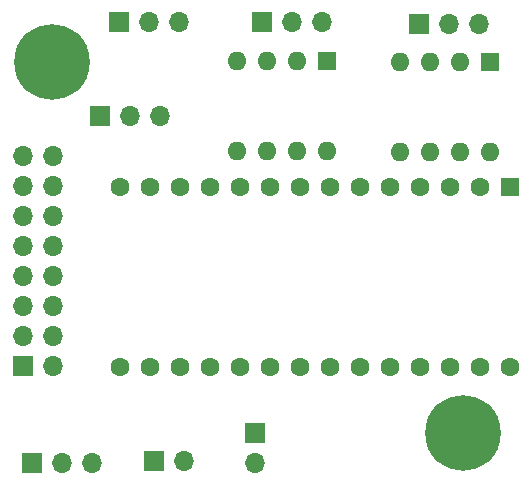
<source format=gbs>
G04 #@! TF.GenerationSoftware,KiCad,Pcbnew,(6.0.5)*
G04 #@! TF.CreationDate,2022-06-14T17:18:27+02:00*
G04 #@! TF.ProjectId,midiperformer,6d696469-7065-4726-966f-726d65722e6b,rev?*
G04 #@! TF.SameCoordinates,Original*
G04 #@! TF.FileFunction,Soldermask,Bot*
G04 #@! TF.FilePolarity,Negative*
%FSLAX46Y46*%
G04 Gerber Fmt 4.6, Leading zero omitted, Abs format (unit mm)*
G04 Created by KiCad (PCBNEW (6.0.5)) date 2022-06-14 17:18:27*
%MOMM*%
%LPD*%
G01*
G04 APERTURE LIST*
%ADD10R,1.700000X1.700000*%
%ADD11O,1.700000X1.700000*%
%ADD12R,1.600000X1.600000*%
%ADD13C,1.600000*%
%ADD14O,1.600000X1.600000*%
%ADD15C,6.400000*%
G04 APERTURE END LIST*
D10*
X207875000Y-68175000D03*
D11*
X210415000Y-68175000D03*
X212955000Y-68175000D03*
D10*
X209475000Y-60175000D03*
D11*
X212015000Y-60175000D03*
X214555000Y-60175000D03*
D10*
X212400000Y-97400000D03*
D11*
X214940000Y-97400000D03*
D10*
X221600000Y-60200000D03*
D11*
X224140000Y-60200000D03*
X226680000Y-60200000D03*
D10*
X201300001Y-89340000D03*
D11*
X203840001Y-89340000D03*
X201300001Y-86800000D03*
X203840001Y-86800000D03*
X201300001Y-84260000D03*
X203840001Y-84260000D03*
X201300001Y-81720000D03*
X203840001Y-81720000D03*
X201300001Y-79180000D03*
X203840001Y-79180000D03*
X201300001Y-76640000D03*
X203840001Y-76640000D03*
X201300001Y-74100000D03*
X203840001Y-74100000D03*
X201300001Y-71560000D03*
X203840001Y-71560000D03*
D12*
X242570000Y-74180000D03*
D13*
X240030000Y-74180000D03*
X237490000Y-74180000D03*
X234950000Y-74180000D03*
X232410000Y-74180000D03*
X229870000Y-74180000D03*
X227330000Y-74180000D03*
X224790000Y-74180000D03*
X222250000Y-74180000D03*
X219710000Y-74180000D03*
X217170000Y-74180000D03*
X214630000Y-74180000D03*
X212090000Y-74180000D03*
X209550000Y-74180000D03*
X209550000Y-89420000D03*
X212090000Y-89420000D03*
X214630000Y-89420000D03*
X217170000Y-89420000D03*
X219710000Y-89420000D03*
X222250000Y-89420000D03*
X224790000Y-89420000D03*
X227330000Y-89420000D03*
X229870000Y-89420000D03*
X232410000Y-89420000D03*
X234950000Y-89420000D03*
X237490000Y-89420000D03*
X240030000Y-89420000D03*
X242570000Y-89420000D03*
D10*
X234860000Y-60342256D03*
D11*
X237400000Y-60342256D03*
X239940000Y-60342256D03*
D12*
X240880000Y-63580000D03*
D14*
X238340000Y-63580000D03*
X235800000Y-63580000D03*
X233260000Y-63580000D03*
X233260000Y-71200000D03*
X235800000Y-71200000D03*
X238340000Y-71200000D03*
X240880000Y-71200000D03*
D15*
X238600000Y-95000000D03*
D10*
X202075000Y-97575000D03*
D11*
X204615000Y-97575000D03*
X207155000Y-97575000D03*
D15*
X203800000Y-63600000D03*
D10*
X221000000Y-95000000D03*
D11*
X221000000Y-97540000D03*
D12*
X227037745Y-63542256D03*
D14*
X224497745Y-63542256D03*
X221957745Y-63542256D03*
X219417745Y-63542256D03*
X219417745Y-71162256D03*
X221957745Y-71162256D03*
X224497745Y-71162256D03*
X227037745Y-71162256D03*
M02*

</source>
